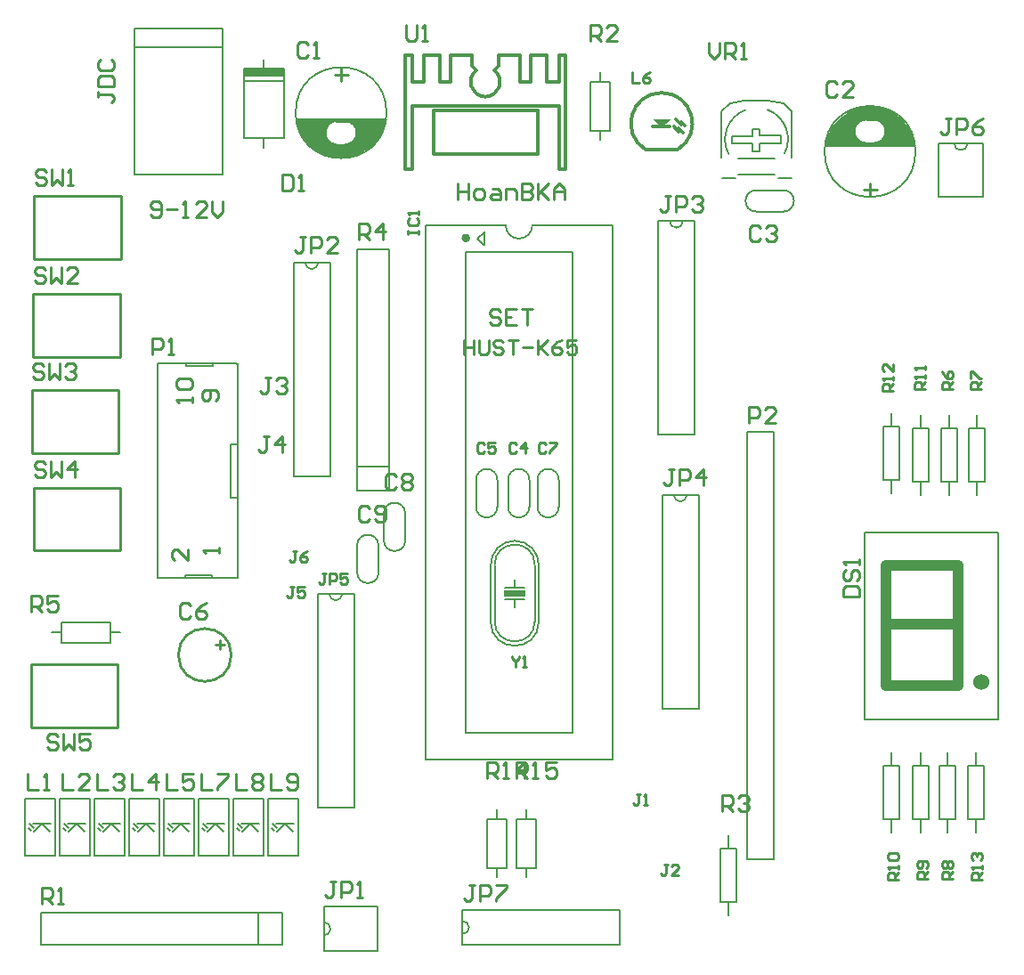
<source format=gto>
G04*
G04 #@! TF.GenerationSoftware,Altium Limited,Altium Designer,21.0.8 (223)*
G04*
G04 Layer_Color=65535*
%FSAX24Y24*%
%MOIN*%
G70*
G04*
G04 #@! TF.SameCoordinates,60160E94-E268-4AC3-8077-459848BE01EC*
G04*
G04*
G04 #@! TF.FilePolarity,Positive*
G04*
G01*
G75*
%ADD10C,0.0070*%
%ADD11C,0.0150*%
%ADD12C,0.0079*%
%ADD13C,0.0120*%
%ADD14C,0.0118*%
%ADD15C,0.0100*%
%ADD16C,0.0600*%
%ADD17C,0.0394*%
%ADD18C,0.0079*%
%ADD19R,0.1500X0.0300*%
G36*
X040240Y027085D02*
X039450D01*
Y027315D01*
X040240D01*
Y027085D01*
D02*
G37*
G36*
X033600Y044950D02*
X033950Y044600D01*
Y044321D01*
X033949Y044304D01*
X033943Y044271D01*
X033930Y044240D01*
X033911Y044212D01*
X033900Y044200D01*
X033900D01*
X033835Y044135D01*
X033827Y044127D01*
X033807Y044114D01*
X033785Y044105D01*
X033762Y044101D01*
X033750Y044100D01*
D01*
X033700Y044050D01*
X033688Y044039D01*
X033660Y044020D01*
X033629Y044007D01*
X033596Y044001D01*
X033579Y044000D01*
D01*
X033071D01*
X033054Y044001D01*
X033021Y044007D01*
X032990Y044020D01*
X032962Y044039D01*
X032950Y044050D01*
D01*
X032835Y044165D01*
X032827Y044173D01*
X032814Y044193D01*
X032805Y044215D01*
X032801Y044238D01*
X032800Y044250D01*
X032789Y044262D01*
X032770Y044290D01*
X032757Y044321D01*
X032751Y044354D01*
X032750Y044371D01*
D01*
Y044509D01*
X032752Y044542D01*
X032765Y044608D01*
X032790Y044670D01*
X032827Y044725D01*
X032850Y044750D01*
X032850D01*
X032965Y044865D01*
X032973Y044873D01*
X032993Y044886D01*
X033015Y044895D01*
X033038Y044899D01*
X033050Y044900D01*
D01*
Y044950D01*
X031650D01*
X031850Y044400D01*
X032150Y044000D01*
X032550Y043700D01*
X033150Y043500D01*
X033550D01*
X034050Y043650D01*
X034500Y043950D01*
X034800Y044300D01*
X035000Y044750D01*
X035050Y044950D01*
X033600D01*
D02*
G37*
G36*
X045350Y044640D02*
X045700Y044955D01*
X045000D01*
X045350Y044640D01*
D02*
G37*
G36*
X052900Y044000D02*
X052550Y044350D01*
Y044629D01*
X052551Y044646D01*
X052557Y044679D01*
X052570Y044710D01*
X052589Y044738D01*
X052600Y044750D01*
Y044750D01*
X052665Y044815D01*
X052673Y044823D01*
X052693Y044836D01*
X052715Y044845D01*
X052738Y044849D01*
X052750Y044850D01*
D01*
X052800Y044900D01*
X052812Y044911D01*
X052840Y044930D01*
X052871Y044943D01*
X052904Y044949D01*
X052921Y044950D01*
D01*
X053429D01*
X053446Y044949D01*
X053479Y044943D01*
X053510Y044930D01*
X053538Y044911D01*
X053550Y044900D01*
X053550Y044900D01*
X053665Y044785D01*
X053673Y044777D01*
X053686Y044757D01*
X053695Y044735D01*
X053699Y044712D01*
X053700Y044700D01*
X053711Y044688D01*
X053730Y044660D01*
X053743Y044629D01*
X053749Y044596D01*
X053750Y044579D01*
D01*
Y044441D01*
X053748Y044408D01*
X053735Y044342D01*
X053710Y044280D01*
X053672Y044225D01*
X053650Y044200D01*
Y044200D01*
X053535Y044085D01*
X053527Y044077D01*
X053507Y044064D01*
X053485Y044055D01*
X053462Y044051D01*
X053450Y044050D01*
D01*
Y044000D01*
X054850D01*
X054650Y044550D01*
X054350Y044950D01*
X053950Y045250D01*
X053350Y045450D01*
X052950D01*
X052450Y045300D01*
X052000Y045000D01*
X051700Y044650D01*
X051500Y044200D01*
X051450Y044000D01*
X052900D01*
D02*
G37*
D10*
X048890Y042300D02*
G03*
X048890Y041500I000000J-000400D01*
G01*
X049900D02*
G03*
X049900Y042300I000000J000400D01*
G01*
X039510Y041004D02*
G03*
X040510Y041000I000500J-000017D01*
G01*
X038950Y026141D02*
G03*
X040750Y026150I000900J000006D01*
G01*
X040750Y028250D02*
G03*
X038951Y028250I-000899J000030D01*
G01*
X039100Y026153D02*
G03*
X040600Y026160I000750J000005D01*
G01*
Y028290D02*
G03*
X039100Y028283I-000750J-000005D01*
G01*
X048481Y045301D02*
G03*
X047856Y043653I000419J-001101D01*
G01*
X049944Y043663D02*
G03*
X049319Y045311I-001044J000547D01*
G01*
X034750Y029000D02*
G03*
X033950Y029000I-000400J000000D01*
G01*
Y027990D02*
G03*
X034750Y027990I000400J000000D01*
G01*
X035750Y030200D02*
G03*
X034950Y030200I-000400J000000D01*
G01*
Y029190D02*
G03*
X035750Y029190I000400J000000D01*
G01*
X040700Y030450D02*
G03*
X041500Y030450I000400J000000D01*
G01*
Y031460D02*
G03*
X040700Y031460I-000400J000000D01*
G01*
X038400Y030450D02*
G03*
X039200Y030450I000400J000000D01*
G01*
Y031460D02*
G03*
X038400Y031460I-000400J000000D01*
G01*
X039600Y030450D02*
G03*
X040400Y030450I000400J000000D01*
G01*
Y031460D02*
G03*
X039600Y031460I-000400J000000D01*
G01*
X054850Y043750D02*
G03*
X054850Y043750I-001700J000000D01*
G01*
X035050Y045200D02*
G03*
X035050Y045200I-001700J000000D01*
G01*
X048900Y042300D02*
X049900D01*
X048900Y041500D02*
X049900D01*
X038700Y040730D02*
Y040740D01*
X038460Y040490D02*
X038700Y040730D01*
X038450Y040490D02*
X038460D01*
X038450D02*
X038690Y040250D01*
X038710D01*
X038700Y040260D02*
X038710Y040250D01*
X038700Y040260D02*
Y040740D01*
X043500Y021000D02*
Y041000D01*
X036500Y021000D02*
X043500D01*
X036500D02*
Y041000D01*
X040520D02*
X043500D01*
X036500D02*
X039510D01*
X038000Y022000D02*
Y040000D01*
Y022000D02*
X042000D01*
Y040000D01*
X038000D02*
X042000D01*
X030140Y046840D02*
X030450D01*
X030770D01*
X029700Y046400D02*
X031200D01*
X030450Y046840D02*
Y047190D01*
X029700Y046840D02*
X031200D01*
X030450Y043890D02*
Y044250D01*
X029700D02*
X031200D01*
X029700D02*
Y046840D01*
X031200Y044250D02*
Y046840D01*
X025600Y048350D02*
X028900D01*
X025600Y042900D02*
X028900D01*
Y048350D01*
X025600Y042900D02*
Y048350D01*
Y047650D02*
X028900D01*
X039840Y027410D02*
Y027720D01*
X039490Y027410D02*
X040230D01*
X039840Y026700D02*
Y027000D01*
X039480D02*
X040230D01*
X040750Y026150D02*
Y028250D01*
X038950Y026141D02*
Y028250D01*
X040600Y026160D02*
Y028260D01*
X039100Y026170D02*
Y028270D01*
X047990Y044330D02*
X048760D01*
Y044590D01*
X049030D01*
Y044340D02*
Y044590D01*
Y044340D02*
X049820D01*
Y044050D02*
Y044340D01*
X049020Y044050D02*
X049820D01*
X049020Y043760D02*
Y044050D01*
X048750Y043760D02*
X049020D01*
X048750D02*
Y044060D01*
X047980D02*
X048750D01*
X047980D02*
Y044330D01*
X048220Y043490D02*
X049570D01*
X049315Y045660D02*
X049900Y045570D01*
X050200Y045270D01*
Y043520D02*
Y045270D01*
X048210Y042900D02*
X049580D01*
X047590Y043510D02*
Y045260D01*
X047900Y045570D01*
X048440Y045660D01*
X049315D01*
X049700Y042760D02*
X050210D01*
X047610D02*
X048120D01*
X039901Y018770D02*
X040662D01*
X039901Y016920D02*
X040662D01*
X039901D02*
Y018770D01*
X040282Y016580D02*
Y016920D01*
X040662D02*
Y018770D01*
X040282D02*
Y019120D01*
X038802Y018770D02*
X039562D01*
X038802Y016920D02*
X039562D01*
X038802D02*
Y018770D01*
X039181Y016580D02*
Y016920D01*
X039562D02*
Y018770D01*
X039181D02*
Y019120D01*
X022880Y025370D02*
Y026130D01*
X024730Y025370D02*
Y026130D01*
X022880Y025370D02*
X024730D01*
Y025750D02*
X025070D01*
X022880Y026130D02*
X024730D01*
X022530Y025750D02*
X022880D01*
X033950Y031050D02*
Y040100D01*
X035150D01*
Y031050D02*
Y040100D01*
X033950Y031050D02*
X035150D01*
X033950Y031950D02*
X035150D01*
X042670Y046370D02*
X043430D01*
X042670Y044520D02*
X043430D01*
X042670D02*
Y046370D01*
X043050Y044180D02*
Y044520D01*
X043430D02*
Y046370D01*
X043050D02*
Y046720D01*
X022100Y014050D02*
X031150D01*
X022100D02*
Y015250D01*
X031150D01*
Y014050D02*
Y015250D01*
X030250Y014050D02*
Y015250D01*
X028540Y035710D02*
Y035810D01*
X027546Y035710D02*
Y035810D01*
X027526Y027881D02*
X028500D01*
X026492Y027792D02*
X029474D01*
Y035820D01*
X027546Y035710D02*
X028540D01*
X027526Y027792D02*
Y027881D01*
X028500Y027802D02*
Y027881D01*
Y027802D02*
X028510Y027792D01*
X029440Y035810D02*
X029464Y035786D01*
X029200Y032802D02*
X029470D01*
X029200Y030794D02*
Y032802D01*
Y030794D02*
X029460D01*
X026492Y027792D02*
Y035820D01*
X026490Y035810D02*
X029440D01*
X026492Y027792D02*
Y035820D01*
X026490Y035810D02*
X029440D01*
X030930Y018580D02*
X031590D01*
X031250D02*
X031540Y018290D01*
X030960D02*
X031250Y018580D01*
X030737Y018433D02*
X030850Y018320D01*
X030770Y018600D02*
X030940Y018430D01*
X030630Y017400D02*
Y019530D01*
X031760D01*
Y017400D02*
Y019530D01*
X030630Y017400D02*
X031760D01*
X029630Y018580D02*
X030290D01*
X029950D02*
X030240Y018290D01*
X029660D02*
X029950Y018580D01*
X029437Y018433D02*
X029550Y018320D01*
X029470Y018600D02*
X029640Y018430D01*
X029330Y017400D02*
Y019530D01*
X030460D01*
Y017400D02*
Y019530D01*
X029330Y017400D02*
X030460D01*
X028330Y018580D02*
X028990D01*
X028650D02*
X028940Y018290D01*
X028360D02*
X028650Y018580D01*
X028137Y018433D02*
X028250Y018320D01*
X028170Y018600D02*
X028340Y018430D01*
X028030Y017400D02*
Y019530D01*
X029160D01*
Y017400D02*
Y019530D01*
X028030Y017400D02*
X029160D01*
X027030Y018580D02*
X027690D01*
X027350D02*
X027640Y018290D01*
X027060D02*
X027350Y018580D01*
X026837Y018433D02*
X026950Y018320D01*
X026870Y018600D02*
X027040Y018430D01*
X026730Y017400D02*
Y019530D01*
X027860D01*
Y017400D02*
Y019530D01*
X026730Y017400D02*
X027860D01*
X025730Y018580D02*
X026390D01*
X026050D02*
X026340Y018290D01*
X025760D02*
X026050Y018580D01*
X025537Y018433D02*
X025650Y018320D01*
X025570Y018600D02*
X025740Y018430D01*
X025430Y017400D02*
Y019530D01*
X026560D01*
Y017400D02*
Y019530D01*
X025430Y017400D02*
X026560D01*
X024430Y018580D02*
X025090D01*
X024750D02*
X025040Y018290D01*
X024460D02*
X024750Y018580D01*
X024237Y018433D02*
X024350Y018320D01*
X024270Y018600D02*
X024440Y018430D01*
X024130Y017400D02*
Y019530D01*
X025260D01*
Y017400D02*
Y019530D01*
X024130Y017400D02*
X025260D01*
X023130Y018580D02*
X023790D01*
X023450D02*
X023740Y018290D01*
X023160D02*
X023450Y018580D01*
X022937Y018433D02*
X023050Y018320D01*
X022970Y018600D02*
X023140Y018430D01*
X022830Y017400D02*
Y019530D01*
X023960D01*
Y017400D02*
Y019530D01*
X022830Y017400D02*
X023960D01*
X021830Y018580D02*
X022490D01*
X022150D02*
X022440Y018290D01*
X021860D02*
X022150Y018580D01*
X021637Y018433D02*
X021750Y018320D01*
X021670Y018600D02*
X021840Y018430D01*
X021530Y017400D02*
Y019530D01*
X022660D01*
Y017400D02*
Y019530D01*
X021530Y017400D02*
X022660D01*
X034750Y028000D02*
Y029000D01*
X033950Y028000D02*
Y029000D01*
X035750Y029200D02*
Y030200D01*
X034950Y029200D02*
Y030200D01*
X040700Y030450D02*
Y031450D01*
X041500Y030450D02*
Y031450D01*
X038400Y030450D02*
Y031450D01*
X039200Y030450D02*
Y031450D01*
X039600Y030450D02*
Y031450D01*
X040400Y030450D02*
Y031450D01*
D11*
X038100Y040510D02*
G03*
X038100Y040510I-000080J000000D01*
G01*
D12*
X045800Y030900D02*
G03*
X046300Y030900I000250J000000D01*
G01*
X056300Y044050D02*
G03*
X056800Y044050I000250J000000D01*
G01*
X037889Y014454D02*
G03*
X037889Y014946I000000J000246D01*
G01*
X045650Y041150D02*
G03*
X046150Y041150I000250J000000D01*
G01*
X032700Y014400D02*
G03*
X032700Y014900I000000J000250D01*
G01*
X032900Y027200D02*
G03*
X033400Y027200I000250J000000D01*
G01*
X032000Y039600D02*
G03*
X032500Y039600I000250J000000D01*
G01*
X057150Y030900D02*
Y031400D01*
Y033400D02*
Y033900D01*
X056850Y031400D02*
X057150D01*
X056850D02*
Y033400D01*
X057450D01*
Y031400D02*
Y033400D01*
X057150Y031400D02*
X057450D01*
X056100Y030900D02*
Y031400D01*
Y033400D02*
Y033900D01*
X055800Y031400D02*
X056100D01*
X055800D02*
Y033400D01*
X056400D01*
Y031400D02*
Y033400D01*
X056100Y031400D02*
X056400D01*
X055050Y030900D02*
Y031400D01*
Y033400D02*
Y033900D01*
X054750Y031400D02*
X055050D01*
X054750D02*
Y033400D01*
X055350D01*
Y031400D02*
Y033400D01*
X055050Y031400D02*
X055350D01*
X053950Y030950D02*
Y031450D01*
Y033450D02*
Y033950D01*
X053650Y031450D02*
X053950D01*
X053650D02*
Y033450D01*
X054250D01*
Y031450D02*
Y033450D01*
X053950Y031450D02*
X054250D01*
X057100Y020750D02*
Y021250D01*
Y018250D02*
Y018750D01*
Y020750D02*
X057400D01*
Y018750D02*
Y020750D01*
X056800Y018750D02*
X057400D01*
X056800D02*
Y020750D01*
X057100D01*
X056050D02*
Y021250D01*
Y018250D02*
Y018750D01*
Y020750D02*
X056350D01*
Y018750D02*
Y020750D01*
X055750Y018750D02*
X056350D01*
X055750D02*
Y020750D01*
X056050D01*
X055050D02*
Y021250D01*
Y018250D02*
Y018750D01*
Y020750D02*
X055350D01*
Y018750D02*
Y020750D01*
X054750Y018750D02*
X055350D01*
X054750D02*
Y020750D01*
X055050D01*
X053950D02*
Y021250D01*
Y018250D02*
Y018750D01*
Y020750D02*
X054250D01*
Y018750D02*
Y020750D01*
X053650Y018750D02*
X054250D01*
X053650D02*
Y020750D01*
X053950D01*
X046733Y022900D02*
Y030900D01*
X045367Y022900D02*
X046733D01*
X045367D02*
Y030900D01*
X046300D01*
X045800D02*
X046733D01*
X057371Y042050D02*
Y044050D01*
X055729Y042050D02*
X057371D01*
X055729D02*
Y044050D01*
X056800D01*
X056300D02*
X057371D01*
X047550Y017650D02*
X047850D01*
X047550Y015650D02*
Y017650D01*
Y015650D02*
X048150D01*
Y017650D01*
X047850D02*
X048150D01*
X047850Y015150D02*
Y015650D01*
Y017650D02*
Y018150D01*
X048550Y033250D02*
X049550D01*
X048550Y018000D02*
Y033250D01*
Y017250D02*
Y018000D01*
Y017250D02*
X049550D01*
Y033250D01*
X037889Y014454D02*
Y015344D01*
Y014056D02*
Y014946D01*
Y014056D02*
X043795D01*
Y015344D01*
X037889D02*
X043795D01*
X045650Y041150D02*
X046583D01*
X045217D02*
X046150D01*
X045217Y033150D02*
Y041150D01*
Y033150D02*
X046583D01*
Y041150D01*
X032700Y015471D02*
X034700D01*
Y013829D02*
Y015471D01*
X032700Y013829D02*
X034700D01*
X032700D02*
Y014900D01*
Y014400D02*
Y015471D01*
X032900Y027200D02*
X033833D01*
X032467D02*
X033400D01*
X032467Y019200D02*
Y027200D01*
Y019200D02*
X033833D01*
Y027200D01*
X032000Y039600D02*
X032933D01*
X031567D02*
X032500D01*
X031567Y031600D02*
Y039600D01*
Y031600D02*
X032933D01*
Y039600D01*
D13*
X038414Y046785D02*
G03*
X039088Y046784I000336J-000435D01*
G01*
X039086Y046786D02*
X039250Y046950D01*
Y047350D01*
X038250Y046950D02*
Y047350D01*
Y046950D02*
X038410Y046790D01*
X039250Y047350D02*
X040050D01*
Y046350D02*
Y047350D01*
X037450D02*
X038250D01*
X037450Y046350D02*
Y047350D01*
X036800Y045300D02*
X040700D01*
Y043650D02*
Y045300D01*
X036800Y043650D02*
X040700D01*
X036800D02*
Y045300D01*
X041500Y043100D02*
Y045450D01*
X036000D02*
X041500D01*
X036000Y043100D02*
Y045450D01*
X035750Y043100D02*
X036000D01*
X035750D02*
Y047350D01*
X036000D01*
Y046350D02*
Y047350D01*
Y046350D02*
X036450D01*
Y047350D01*
X037050D01*
Y046350D02*
Y047350D01*
Y046350D02*
X037450D01*
X041500Y043100D02*
X041750D01*
Y047350D01*
X041500D02*
X041750D01*
X041500Y046350D02*
Y047350D01*
X041050Y046350D02*
X041500D01*
X041050D02*
Y047350D01*
X040450D02*
X041050D01*
X040450Y046350D02*
Y047350D01*
X040050Y046350D02*
X040450D01*
D14*
X045942Y043814D02*
G03*
X044758Y043814I-000592J000986D01*
G01*
X045805Y044675D02*
X045990Y044490D01*
Y044620D01*
X046140Y044470D01*
X046145D01*
X045020Y044700D02*
X045640D01*
X044758Y043814D02*
X045942D01*
X046225Y044710D02*
Y044715D01*
X046080Y044860D02*
X046225Y044715D01*
X046080Y044740D02*
Y044860D01*
X045875Y044945D02*
X046080Y044740D01*
D15*
X029240Y024900D02*
G03*
X029240Y024900I-000990J000000D01*
G01*
X052550Y044500D02*
G03*
X053000Y044050I000450J000000D01*
G01*
X053250D02*
G03*
X053750Y044450I000050J000450D01*
G01*
D02*
G03*
X053350Y044950I-000450J000050D01*
G01*
X053000D02*
G03*
X052550Y044500I000000J-000450D01*
G01*
X033950Y044450D02*
G03*
X033500Y044900I-000450J000000D01*
G01*
X033250D02*
G03*
X032750Y044500I-000050J-000450D01*
G01*
D02*
G03*
X033150Y044000I000450J-000050D01*
G01*
X033500D02*
G03*
X033950Y044450I000000J000450D01*
G01*
X024830Y024550D02*
X024990D01*
Y022200D02*
Y024550D01*
X021740D02*
X024830D01*
X021740Y022200D02*
X024990D01*
X021740D02*
Y024550D01*
X021840Y028810D02*
Y031160D01*
Y028810D02*
X025090D01*
X021840Y031160D02*
X024930D01*
X025090Y028810D02*
Y031160D01*
X024930D02*
X025090D01*
X021780Y032470D02*
Y034820D01*
Y032470D02*
X025030D01*
X021780Y034820D02*
X024870D01*
X025030Y032470D02*
Y034820D01*
X024870D02*
X025030D01*
X021830Y036070D02*
Y038420D01*
Y036070D02*
X025080D01*
X021830Y038420D02*
X024920D01*
X025080Y036070D02*
Y038420D01*
X024920D02*
X025080D01*
X025110Y039730D02*
Y042080D01*
X021860D02*
X025110D01*
X022020Y039730D02*
X025110D01*
X021860D02*
Y042080D01*
Y039730D02*
X022020D01*
X053150Y042100D02*
Y042550D01*
X052900Y042330D02*
X053400D01*
X052850Y044050D02*
X053350D01*
X053000Y044950D02*
X053350D01*
X052900Y044000D02*
Y044050D01*
X051500Y044000D02*
X054800D01*
X033350Y046400D02*
Y046850D01*
X033100Y046620D02*
X033600D01*
X033150Y044900D02*
X033650D01*
X033150Y044000D02*
X033500D01*
X033600Y044900D02*
Y044950D01*
X031700D02*
X035000D01*
X049050Y040900D02*
X048950Y041000D01*
X048750D01*
X048650Y040900D01*
Y040500D01*
X048750Y040400D01*
X048950D01*
X049050Y040500D01*
X049250Y040900D02*
X049350Y041000D01*
X049550D01*
X049650Y040900D01*
Y040800D01*
X049550Y040700D01*
X049450D01*
X049550D01*
X049650Y040600D01*
Y040500D01*
X049550Y040400D01*
X049350D01*
X049250Y040500D01*
X035850Y040667D02*
Y040800D01*
Y040733D01*
X036250D01*
Y040667D01*
Y040800D01*
X035917Y041267D02*
X035850Y041200D01*
Y041067D01*
X035917Y041000D01*
X036183D01*
X036250Y041067D01*
Y041200D01*
X036183Y041267D01*
X036250Y041400D02*
Y041533D01*
Y041467D01*
X035850D01*
X035917Y041400D01*
X031150Y042900D02*
Y042300D01*
X031450D01*
X031550Y042400D01*
Y042800D01*
X031450Y042900D01*
X031150D01*
X031750Y042300D02*
X031950D01*
X031850D01*
Y042900D01*
X031750Y042800D01*
X024250Y046000D02*
Y045800D01*
Y045900D01*
X024750D01*
X024850Y045800D01*
Y045700D01*
X024750Y045600D01*
X024250Y046200D02*
X024850D01*
Y046500D01*
X024750Y046600D01*
X024350D01*
X024250Y046500D01*
Y046200D01*
X024350Y047200D02*
X024250Y047100D01*
Y046900D01*
X024350Y046800D01*
X024750D01*
X024850Y046900D01*
Y047100D01*
X024750Y047200D01*
X044550Y019700D02*
X044417D01*
X044483D01*
Y019367D01*
X044417Y019300D01*
X044350D01*
X044283Y019367D01*
X044683Y019300D02*
X044817D01*
X044750D01*
Y019700D01*
X044683Y019633D01*
X045583Y017050D02*
X045450D01*
X045517D01*
Y016717D01*
X045450Y016650D01*
X045383D01*
X045317Y016717D01*
X045983Y016650D02*
X045717D01*
X045983Y016917D01*
Y016983D01*
X045917Y017050D01*
X045783D01*
X045717Y016983D01*
X031583Y027450D02*
X031450D01*
X031517D01*
Y027117D01*
X031450Y027050D01*
X031383D01*
X031317Y027117D01*
X031983Y027450D02*
X031717D01*
Y027250D01*
X031850Y027317D01*
X031917D01*
X031983Y027250D01*
Y027117D01*
X031917Y027050D01*
X031783D01*
X031717Y027117D01*
X039733Y024850D02*
Y024783D01*
X039867Y024650D01*
X040000Y024783D01*
Y024850D01*
X039867Y024650D02*
Y024450D01*
X040133D02*
X040267D01*
X040200D01*
Y024850D01*
X040133Y024783D01*
X057300Y034867D02*
X056900D01*
Y035067D01*
X056967Y035133D01*
X057100D01*
X057167Y035067D01*
Y034867D01*
Y035000D02*
X057300Y035133D01*
X056900Y035267D02*
Y035533D01*
X056967D01*
X057233Y035267D01*
X057300D01*
X056250Y034867D02*
X055850D01*
Y035067D01*
X055917Y035133D01*
X056050D01*
X056117Y035067D01*
Y034867D01*
Y035000D02*
X056250Y035133D01*
X055850Y035533D02*
X055917Y035400D01*
X056050Y035267D01*
X056183D01*
X056250Y035333D01*
Y035467D01*
X056183Y035533D01*
X056117D01*
X056050Y035467D01*
Y035267D01*
X055200Y034867D02*
X054800D01*
Y035067D01*
X054867Y035133D01*
X055000D01*
X055067Y035067D01*
Y034867D01*
Y035000D02*
X055200Y035133D01*
Y035267D02*
Y035400D01*
Y035333D01*
X054800D01*
X054867Y035267D01*
X055200Y035600D02*
Y035733D01*
Y035667D01*
X054800D01*
X054867Y035600D01*
X054000Y034800D02*
X053600D01*
Y035000D01*
X053667Y035067D01*
X053800D01*
X053867Y035000D01*
Y034800D01*
Y034933D02*
X054000Y035067D01*
Y035200D02*
Y035333D01*
Y035267D01*
X053600D01*
X053667Y035200D01*
X054000Y035800D02*
Y035533D01*
X053733Y035800D01*
X053667D01*
X053600Y035733D01*
Y035600D01*
X053667Y035533D01*
X052150Y027100D02*
X052750D01*
Y027400D01*
X052650Y027500D01*
X052250D01*
X052150Y027400D01*
Y027100D01*
X052250Y028100D02*
X052150Y028000D01*
Y027800D01*
X052250Y027700D01*
X052350D01*
X052450Y027800D01*
Y028000D01*
X052550Y028100D01*
X052650D01*
X052750Y028000D01*
Y027800D01*
X052650Y027700D01*
X052750Y028300D02*
Y028500D01*
Y028400D01*
X052150D01*
X052250Y028300D01*
X057350Y016500D02*
X056950D01*
Y016700D01*
X057017Y016767D01*
X057150D01*
X057217Y016700D01*
Y016500D01*
Y016633D02*
X057350Y016767D01*
Y016900D02*
Y017033D01*
Y016967D01*
X056950D01*
X057017Y016900D01*
Y017233D02*
X056950Y017300D01*
Y017433D01*
X057017Y017500D01*
X057083D01*
X057150Y017433D01*
Y017367D01*
Y017433D01*
X057217Y017500D01*
X057283D01*
X057350Y017433D01*
Y017300D01*
X057283Y017233D01*
X056250Y016517D02*
X055850D01*
Y016717D01*
X055917Y016783D01*
X056050D01*
X056117Y016717D01*
Y016517D01*
Y016650D02*
X056250Y016783D01*
X055917Y016917D02*
X055850Y016983D01*
Y017117D01*
X055917Y017183D01*
X055983D01*
X056050Y017117D01*
X056117Y017183D01*
X056183D01*
X056250Y017117D01*
Y016983D01*
X056183Y016917D01*
X056117D01*
X056050Y016983D01*
X055983Y016917D01*
X055917D01*
X056050Y016983D02*
Y017117D01*
X055300Y016517D02*
X054900D01*
Y016717D01*
X054967Y016783D01*
X055100D01*
X055167Y016717D01*
Y016517D01*
Y016650D02*
X055300Y016783D01*
X055233Y016917D02*
X055300Y016983D01*
Y017117D01*
X055233Y017183D01*
X054967D01*
X054900Y017117D01*
Y016983D01*
X054967Y016917D01*
X055033D01*
X055100Y016983D01*
Y017183D01*
X054200Y016500D02*
X053800D01*
Y016700D01*
X053867Y016767D01*
X054000D01*
X054067Y016700D01*
Y016500D01*
Y016633D02*
X054200Y016767D01*
Y016900D02*
Y017033D01*
Y016967D01*
X053800D01*
X053867Y016900D01*
Y017233D02*
X053800Y017300D01*
Y017433D01*
X053867Y017500D01*
X054133D01*
X054200Y017433D01*
Y017300D01*
X054133Y017233D01*
X053867D01*
X022750Y021850D02*
X022650Y021950D01*
X022450D01*
X022350Y021850D01*
Y021750D01*
X022450Y021650D01*
X022650D01*
X022750Y021550D01*
Y021450D01*
X022650Y021350D01*
X022450D01*
X022350Y021450D01*
X022950Y021950D02*
Y021350D01*
X023150Y021550D01*
X023350Y021350D01*
Y021950D01*
X023950D02*
X023550D01*
Y021650D01*
X023750Y021750D01*
X023850D01*
X023950Y021650D01*
Y021450D01*
X023850Y021350D01*
X023650D01*
X023550Y021450D01*
X037950Y036700D02*
Y036150D01*
Y036425D01*
X038317D01*
Y036700D01*
Y036150D01*
X038500Y036700D02*
Y036242D01*
X038591Y036150D01*
X038775D01*
X038866Y036242D01*
Y036700D01*
X039416Y036608D02*
X039325Y036700D01*
X039141D01*
X039050Y036608D01*
Y036517D01*
X039141Y036425D01*
X039325D01*
X039416Y036333D01*
Y036242D01*
X039325Y036150D01*
X039141D01*
X039050Y036242D01*
X039599Y036700D02*
X039966D01*
X039783D01*
Y036150D01*
X040149Y036425D02*
X040516D01*
X040699Y036700D02*
Y036150D01*
Y036333D01*
X041066Y036700D01*
X040791Y036425D01*
X041066Y036150D01*
X041615Y036700D02*
X041432Y036608D01*
X041249Y036425D01*
Y036242D01*
X041341Y036150D01*
X041524D01*
X041615Y036242D01*
Y036333D01*
X041524Y036425D01*
X041249D01*
X042165Y036700D02*
X041799D01*
Y036425D01*
X041982Y036517D01*
X042074D01*
X042165Y036425D01*
Y036242D01*
X042074Y036150D01*
X041890D01*
X041799Y036242D01*
X039300Y037750D02*
X039200Y037850D01*
X039000D01*
X038900Y037750D01*
Y037650D01*
X039000Y037550D01*
X039200D01*
X039300Y037450D01*
Y037350D01*
X039200Y037250D01*
X039000D01*
X038900Y037350D01*
X039900Y037850D02*
X039500D01*
Y037250D01*
X039900D01*
X039500Y037550D02*
X039700D01*
X040100Y037850D02*
X040499D01*
X040300D01*
Y037250D01*
X037700Y042550D02*
Y041950D01*
Y042250D01*
X038100D01*
Y042550D01*
Y041950D01*
X038400D02*
X038600D01*
X038700Y042050D01*
Y042250D01*
X038600Y042350D01*
X038400D01*
X038300Y042250D01*
Y042050D01*
X038400Y041950D01*
X039000Y042350D02*
X039200D01*
X039299Y042250D01*
Y041950D01*
X039000D01*
X038900Y042050D01*
X039000Y042150D01*
X039299D01*
X039499Y041950D02*
Y042350D01*
X039799D01*
X039899Y042250D01*
Y041950D01*
X040099Y042550D02*
Y041950D01*
X040399D01*
X040499Y042050D01*
Y042150D01*
X040399Y042250D01*
X040099D01*
X040399D01*
X040499Y042350D01*
Y042450D01*
X040399Y042550D01*
X040099D01*
X040699D02*
Y041950D01*
Y042150D01*
X041099Y042550D01*
X040799Y042250D01*
X041099Y041950D01*
X041299D02*
Y042350D01*
X041499Y042550D01*
X041699Y042350D01*
Y041950D01*
Y042250D01*
X041299D01*
X026200Y041400D02*
X026300Y041300D01*
X026500D01*
X026600Y041400D01*
Y041800D01*
X026500Y041900D01*
X026300D01*
X026200Y041800D01*
Y041700D01*
X026300Y041600D01*
X026600D01*
X026800D02*
X027200D01*
X027400Y041300D02*
X027600D01*
X027500D01*
Y041900D01*
X027400Y041800D01*
X028299Y041300D02*
X027899D01*
X028299Y041700D01*
Y041800D01*
X028199Y041900D01*
X027999D01*
X027899Y041800D01*
X028499Y041900D02*
Y041500D01*
X028699Y041300D01*
X028899Y041500D01*
Y041900D01*
X028795Y028707D02*
Y028907D01*
Y028807D01*
X028195D01*
X028295Y028707D01*
X027600Y028850D02*
Y028450D01*
X027200Y028850D01*
X027100D01*
X027000Y028750D01*
Y028550D01*
X027100Y028450D01*
X028640Y034410D02*
X028740Y034510D01*
Y034710D01*
X028640Y034810D01*
X028240D01*
X028140Y034710D01*
Y034510D01*
X028240Y034410D01*
X028340D01*
X028440Y034510D01*
Y034810D01*
X027790Y034360D02*
Y034560D01*
Y034460D01*
X027190D01*
X027290Y034360D01*
Y034860D02*
X027190Y034960D01*
Y035160D01*
X027290Y035260D01*
X027690D01*
X027790Y035160D01*
Y034960D01*
X027690Y034860D01*
X027290D01*
X028816Y025450D02*
Y025135D01*
X028974Y025293D02*
X028659D01*
X056190Y044990D02*
X055990D01*
X056090D01*
Y044490D01*
X055990Y044390D01*
X055890D01*
X055790Y044490D01*
X056390Y044390D02*
Y044990D01*
X056690D01*
X056790Y044890D01*
Y044690D01*
X056690Y044590D01*
X056390D01*
X057389Y044990D02*
X057190Y044890D01*
X056990Y044690D01*
Y044490D01*
X057090Y044390D01*
X057290D01*
X057389Y044490D01*
Y044590D01*
X057290Y044690D01*
X056990D01*
X033160Y016410D02*
X032960D01*
X033060D01*
Y015910D01*
X032960Y015810D01*
X032860D01*
X032760Y015910D01*
X033360Y015810D02*
Y016410D01*
X033660D01*
X033760Y016310D01*
Y016110D01*
X033660Y016010D01*
X033360D01*
X033960Y015810D02*
X034160D01*
X034060D01*
Y016410D01*
X033960Y016310D01*
X047130Y047820D02*
Y047420D01*
X047330Y047220D01*
X047530Y047420D01*
Y047820D01*
X047730Y047220D02*
Y047820D01*
X048030D01*
X048130Y047720D01*
Y047520D01*
X048030Y047420D01*
X047730D01*
X047930D02*
X048130Y047220D01*
X048330D02*
X048530D01*
X048430D01*
Y047820D01*
X048330Y047720D01*
X035790Y048480D02*
Y047980D01*
X035890Y047880D01*
X036090D01*
X036190Y047980D01*
Y048480D01*
X036390Y047880D02*
X036590D01*
X036490D01*
Y048480D01*
X036390Y048380D01*
X022290Y032050D02*
X022190Y032150D01*
X021990D01*
X021890Y032050D01*
Y031950D01*
X021990Y031850D01*
X022190D01*
X022290Y031750D01*
Y031650D01*
X022190Y031550D01*
X021990D01*
X021890Y031650D01*
X022490Y032150D02*
Y031550D01*
X022690Y031750D01*
X022890Y031550D01*
Y032150D01*
X023390Y031550D02*
Y032150D01*
X023090Y031850D01*
X023489D01*
X022230Y035710D02*
X022130Y035810D01*
X021930D01*
X021830Y035710D01*
Y035610D01*
X021930Y035510D01*
X022130D01*
X022230Y035410D01*
Y035310D01*
X022130Y035210D01*
X021930D01*
X021830Y035310D01*
X022430Y035810D02*
Y035210D01*
X022630Y035410D01*
X022830Y035210D01*
Y035810D01*
X023030Y035710D02*
X023130Y035810D01*
X023330D01*
X023429Y035710D01*
Y035610D01*
X023330Y035510D01*
X023230D01*
X023330D01*
X023429Y035410D01*
Y035310D01*
X023330Y035210D01*
X023130D01*
X023030Y035310D01*
X022280Y039310D02*
X022180Y039410D01*
X021980D01*
X021880Y039310D01*
Y039210D01*
X021980Y039110D01*
X022180D01*
X022280Y039010D01*
Y038910D01*
X022180Y038810D01*
X021980D01*
X021880Y038910D01*
X022480Y039410D02*
Y038810D01*
X022680Y039010D01*
X022880Y038810D01*
Y039410D01*
X023479Y038810D02*
X023080D01*
X023479Y039210D01*
Y039310D01*
X023380Y039410D01*
X023180D01*
X023080Y039310D01*
X022300Y042990D02*
X022200Y043090D01*
X022000D01*
X021900Y042990D01*
Y042890D01*
X022000Y042790D01*
X022200D01*
X022300Y042690D01*
Y042590D01*
X022200Y042490D01*
X022000D01*
X021900Y042590D01*
X022500Y043090D02*
Y042490D01*
X022700Y042690D01*
X022900Y042490D01*
Y043090D01*
X023100Y042490D02*
X023300D01*
X023200D01*
Y043090D01*
X023100Y042990D01*
X039910Y020300D02*
Y020900D01*
X040210D01*
X040310Y020800D01*
Y020600D01*
X040210Y020500D01*
X039910D01*
X040110D02*
X040310Y020300D01*
X040510D02*
X040710D01*
X040610D01*
Y020900D01*
X040510Y020800D01*
X041410Y020900D02*
X041010D01*
Y020600D01*
X041210Y020700D01*
X041310D01*
X041410Y020600D01*
Y020400D01*
X041310Y020300D01*
X041110D01*
X041010Y020400D01*
X038810Y020300D02*
Y020900D01*
X039110D01*
X039210Y020800D01*
Y020600D01*
X039110Y020500D01*
X038810D01*
X039010D02*
X039210Y020300D01*
X039410D02*
X039610D01*
X039510D01*
Y020900D01*
X039410Y020800D01*
X040210Y020300D02*
Y020900D01*
X039910Y020600D01*
X040310D01*
X021750Y026520D02*
Y027120D01*
X022050D01*
X022150Y027020D01*
Y026820D01*
X022050Y026720D01*
X021750D01*
X021950D02*
X022150Y026520D01*
X022750Y027120D02*
X022350D01*
Y026820D01*
X022550Y026920D01*
X022650D01*
X022750Y026820D01*
Y026620D01*
X022650Y026520D01*
X022450D01*
X022350Y026620D01*
X034020Y040440D02*
Y041040D01*
X034320D01*
X034420Y040940D01*
Y040740D01*
X034320Y040640D01*
X034020D01*
X034220D02*
X034420Y040440D01*
X034920D02*
Y041040D01*
X034620Y040740D01*
X035020D01*
X047610Y019040D02*
Y019640D01*
X047910D01*
X048010Y019540D01*
Y019340D01*
X047910Y019240D01*
X047610D01*
X047810D02*
X048010Y019040D01*
X048210Y019540D02*
X048310Y019640D01*
X048510D01*
X048610Y019540D01*
Y019440D01*
X048510Y019340D01*
X048410D01*
X048510D01*
X048610Y019240D01*
Y019140D01*
X048510Y019040D01*
X048310D01*
X048210Y019140D01*
X042680Y047900D02*
Y048500D01*
X042980D01*
X043080Y048400D01*
Y048200D01*
X042980Y048100D01*
X042680D01*
X042880D02*
X043080Y047900D01*
X043680D02*
X043280D01*
X043680Y048300D01*
Y048400D01*
X043580Y048500D01*
X043380D01*
X043280Y048400D01*
X022160Y015580D02*
Y016180D01*
X022460D01*
X022560Y016080D01*
Y015880D01*
X022460Y015780D01*
X022160D01*
X022360D02*
X022560Y015580D01*
X022760D02*
X022960D01*
X022860D01*
Y016180D01*
X022760Y016080D01*
X048610Y033590D02*
Y034190D01*
X048910D01*
X049010Y034090D01*
Y033890D01*
X048910Y033790D01*
X048610D01*
X049610Y033590D02*
X049210D01*
X049610Y033990D01*
Y034090D01*
X049510Y034190D01*
X049310D01*
X049210Y034090D01*
X026290Y036160D02*
Y036760D01*
X026590D01*
X026690Y036660D01*
Y036460D01*
X026590Y036360D01*
X026290D01*
X026890Y036160D02*
X027090D01*
X026990D01*
Y036760D01*
X026890Y036660D01*
X030700Y020460D02*
Y019860D01*
X031100D01*
X031300Y019960D02*
X031400Y019860D01*
X031600D01*
X031700Y019960D01*
Y020360D01*
X031600Y020460D01*
X031400D01*
X031300Y020360D01*
Y020260D01*
X031400Y020160D01*
X031700D01*
X029400Y020460D02*
Y019860D01*
X029800D01*
X030000Y020360D02*
X030100Y020460D01*
X030300D01*
X030400Y020360D01*
Y020260D01*
X030300Y020160D01*
X030400Y020060D01*
Y019960D01*
X030300Y019860D01*
X030100D01*
X030000Y019960D01*
Y020060D01*
X030100Y020160D01*
X030000Y020260D01*
Y020360D01*
X030100Y020160D02*
X030300D01*
X028100Y020460D02*
Y019860D01*
X028500D01*
X028700Y020460D02*
X029100D01*
Y020360D01*
X028700Y019960D01*
Y019860D01*
X044240Y046710D02*
Y046310D01*
X044507D01*
X044906Y046710D02*
X044773Y046643D01*
X044640Y046510D01*
Y046377D01*
X044707Y046310D01*
X044840D01*
X044906Y046377D01*
Y046443D01*
X044840Y046510D01*
X044640D01*
X026800Y020460D02*
Y019860D01*
X027200D01*
X027800Y020460D02*
X027400D01*
Y020160D01*
X027600Y020260D01*
X027700D01*
X027800Y020160D01*
Y019960D01*
X027700Y019860D01*
X027500D01*
X027400Y019960D01*
X025500Y020460D02*
Y019860D01*
X025900D01*
X026400D02*
Y020460D01*
X026100Y020160D01*
X026500D01*
X024200Y020460D02*
Y019860D01*
X024600D01*
X024800Y020360D02*
X024900Y020460D01*
X025100D01*
X025200Y020360D01*
Y020260D01*
X025100Y020160D01*
X025000D01*
X025100D01*
X025200Y020060D01*
Y019960D01*
X025100Y019860D01*
X024900D01*
X024800Y019960D01*
X022900Y020460D02*
Y019860D01*
X023300D01*
X023900D02*
X023500D01*
X023900Y020260D01*
Y020360D01*
X023800Y020460D01*
X023600D01*
X023500Y020360D01*
X021600Y020460D02*
Y019860D01*
X022000D01*
X022200D02*
X022400D01*
X022300D01*
Y020460D01*
X022200Y020360D01*
X038350Y016280D02*
X038150D01*
X038250D01*
Y015780D01*
X038150Y015680D01*
X038050D01*
X037950Y015780D01*
X038550Y015680D02*
Y016280D01*
X038850D01*
X038950Y016180D01*
Y015980D01*
X038850Y015880D01*
X038550D01*
X039150Y016280D02*
X039549D01*
Y016180D01*
X039150Y015780D01*
Y015680D01*
X032797Y027940D02*
X032663D01*
X032730D01*
Y027607D01*
X032663Y027540D01*
X032597D01*
X032530Y027607D01*
X032930Y027540D02*
Y027940D01*
X033130D01*
X033196Y027873D01*
Y027740D01*
X033130Y027673D01*
X032930D01*
X033596Y027940D02*
X033330D01*
Y027740D01*
X033463Y027807D01*
X033530D01*
X033596Y027740D01*
Y027607D01*
X033530Y027540D01*
X033396D01*
X033330Y027607D01*
X045830Y031840D02*
X045630D01*
X045730D01*
Y031340D01*
X045630Y031240D01*
X045530D01*
X045430Y031340D01*
X046030Y031240D02*
Y031840D01*
X046330D01*
X046430Y031740D01*
Y031540D01*
X046330Y031440D01*
X046030D01*
X046930Y031240D02*
Y031840D01*
X046630Y031540D01*
X047029D01*
X045680Y042090D02*
X045480D01*
X045580D01*
Y041590D01*
X045480Y041490D01*
X045380D01*
X045280Y041590D01*
X045880Y041490D02*
Y042090D01*
X046180D01*
X046280Y041990D01*
Y041790D01*
X046180Y041690D01*
X045880D01*
X046480Y041990D02*
X046580Y042090D01*
X046780D01*
X046879Y041990D01*
Y041890D01*
X046780Y041790D01*
X046680D01*
X046780D01*
X046879Y041690D01*
Y041590D01*
X046780Y041490D01*
X046580D01*
X046480Y041590D01*
X032030Y040540D02*
X031830D01*
X031930D01*
Y040040D01*
X031830Y039940D01*
X031730D01*
X031630Y040040D01*
X032230Y039940D02*
Y040540D01*
X032530D01*
X032630Y040440D01*
Y040240D01*
X032530Y040140D01*
X032230D01*
X033229Y039940D02*
X032830D01*
X033229Y040340D01*
Y040440D01*
X033130Y040540D01*
X032930D01*
X032830Y040440D01*
X031683Y028800D02*
X031550D01*
X031617D01*
Y028467D01*
X031550Y028400D01*
X031483D01*
X031417Y028467D01*
X032083Y028800D02*
X031950Y028733D01*
X031817Y028600D01*
Y028467D01*
X031883Y028400D01*
X032017D01*
X032083Y028467D01*
Y028533D01*
X032017Y028600D01*
X031817D01*
X030660Y033090D02*
X030460D01*
X030560D01*
Y032590D01*
X030460Y032490D01*
X030360D01*
X030260Y032590D01*
X031160Y032490D02*
Y033090D01*
X030860Y032790D01*
X031260D01*
X030710Y035290D02*
X030510D01*
X030610D01*
Y034790D01*
X030510Y034690D01*
X030410D01*
X030310Y034790D01*
X030910Y035190D02*
X031010Y035290D01*
X031210D01*
X031310Y035190D01*
Y035090D01*
X031210Y034990D01*
X031110D01*
X031210D01*
X031310Y034890D01*
Y034790D01*
X031210Y034690D01*
X031010D01*
X030910Y034790D01*
X034420Y030400D02*
X034320Y030500D01*
X034120D01*
X034020Y030400D01*
Y030000D01*
X034120Y029900D01*
X034320D01*
X034420Y030000D01*
X034620D02*
X034720Y029900D01*
X034920D01*
X035020Y030000D01*
Y030400D01*
X034920Y030500D01*
X034720D01*
X034620Y030400D01*
Y030300D01*
X034720Y030200D01*
X035020D01*
X035420Y031600D02*
X035320Y031700D01*
X035120D01*
X035020Y031600D01*
Y031200D01*
X035120Y031100D01*
X035320D01*
X035420Y031200D01*
X035620Y031600D02*
X035720Y031700D01*
X035920D01*
X036020Y031600D01*
Y031500D01*
X035920Y031400D01*
X036020Y031300D01*
Y031200D01*
X035920Y031100D01*
X035720D01*
X035620Y031200D01*
Y031300D01*
X035720Y031400D01*
X035620Y031500D01*
Y031600D01*
X035720Y031400D02*
X035920D01*
X041027Y032783D02*
X040960Y032850D01*
X040827D01*
X040760Y032783D01*
Y032517D01*
X040827Y032450D01*
X040960D01*
X041027Y032517D01*
X041160Y032850D02*
X041426D01*
Y032783D01*
X041160Y032517D01*
Y032450D01*
X027710Y026740D02*
X027610Y026840D01*
X027410D01*
X027310Y026740D01*
Y026340D01*
X027410Y026240D01*
X027610D01*
X027710Y026340D01*
X028310Y026840D02*
X028110Y026740D01*
X027910Y026540D01*
Y026340D01*
X028010Y026240D01*
X028210D01*
X028310Y026340D01*
Y026440D01*
X028210Y026540D01*
X027910D01*
X038727Y032783D02*
X038660Y032850D01*
X038527D01*
X038460Y032783D01*
Y032517D01*
X038527Y032450D01*
X038660D01*
X038727Y032517D01*
X039126Y032850D02*
X038860D01*
Y032650D01*
X038993Y032717D01*
X039060D01*
X039126Y032650D01*
Y032517D01*
X039060Y032450D01*
X038927D01*
X038860Y032517D01*
X039927Y032783D02*
X039860Y032850D01*
X039727D01*
X039660Y032783D01*
Y032517D01*
X039727Y032450D01*
X039860D01*
X039927Y032517D01*
X040260Y032450D02*
Y032850D01*
X040060Y032650D01*
X040326D01*
X051920Y046280D02*
X051820Y046380D01*
X051620D01*
X051520Y046280D01*
Y045880D01*
X051620Y045780D01*
X051820D01*
X051920Y045880D01*
X052520Y045780D02*
X052120D01*
X052520Y046180D01*
Y046280D01*
X052420Y046380D01*
X052220D01*
X052120Y046280D01*
X032120Y047740D02*
X032020Y047840D01*
X031820D01*
X031720Y047740D01*
Y047340D01*
X031820Y047240D01*
X032020D01*
X032120Y047340D01*
X032320Y047240D02*
X032520D01*
X032420D01*
Y047840D01*
X032320Y047740D01*
D16*
X057310Y023900D02*
D03*
D17*
X053810Y026050D02*
X056460D01*
X053760Y028250D02*
X056460D01*
Y023750D02*
Y028250D01*
X053760Y023750D02*
X056460D01*
X053760D02*
Y028250D01*
D18*
X052960Y029500D02*
X057960D01*
Y022500D02*
Y029500D01*
X052960Y022500D02*
Y029500D01*
Y022500D02*
X057960D01*
D19*
X030450Y046700D02*
D03*
M02*

</source>
